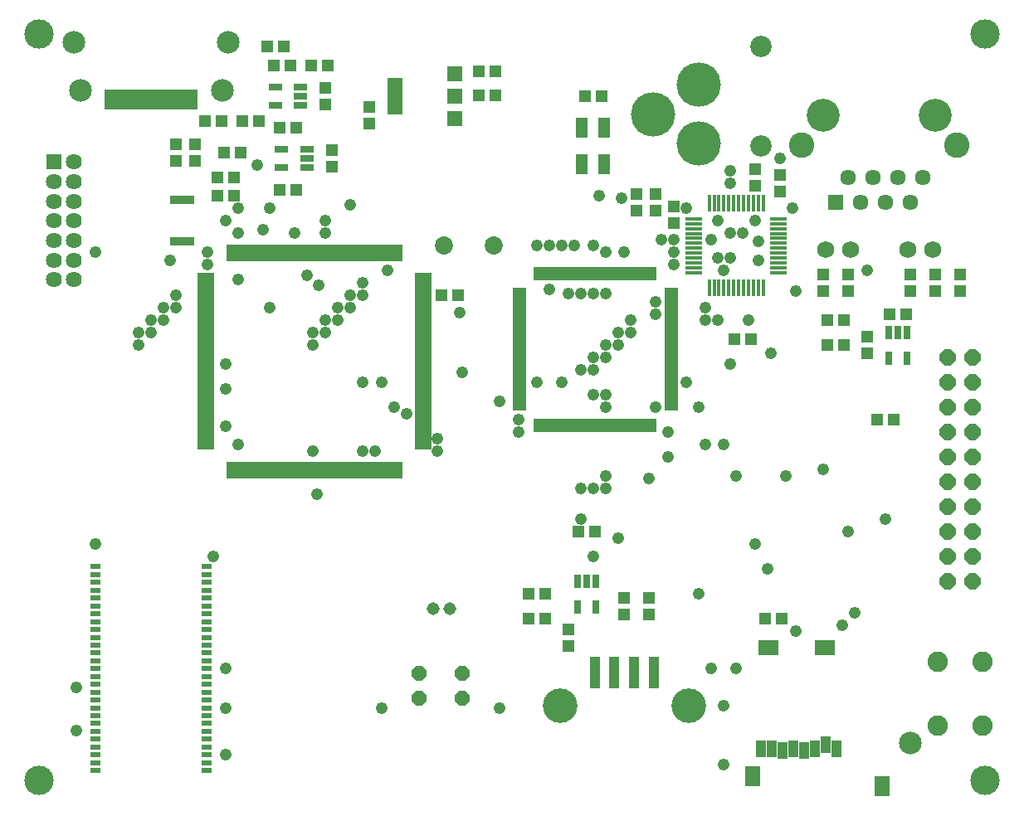
<source format=gts>
G75*
G70*
%OFA0B0*%
%FSLAX24Y24*%
%IPPOS*%
%LPD*%
%AMOC8*
5,1,8,0,0,1.08239X$1,22.5*
%
%ADD10C,0.1182*%
%ADD11R,0.0634X0.0634*%
%ADD12C,0.0634*%
%ADD13C,0.0682*%
%ADD14C,0.1025*%
%ADD15C,0.1320*%
%ADD16R,0.0789X0.0631*%
%ADD17R,0.0631X0.0828*%
%ADD18R,0.0395X0.0671*%
%ADD19C,0.1780*%
%ADD20C,0.0820*%
%ADD21R,0.0178X0.0671*%
%ADD22R,0.0671X0.0178*%
%ADD23OC8,0.0640*%
%ADD24R,0.0198X0.0710*%
%ADD25R,0.0710X0.0198*%
%ADD26R,0.0297X0.0552*%
%ADD27R,0.0474X0.0513*%
%ADD28R,0.0513X0.0474*%
%ADD29C,0.0860*%
%ADD30R,0.0552X0.0297*%
%ADD31R,0.0592X0.0592*%
%ADD32R,0.0592X0.1497*%
%ADD33R,0.0552X0.0198*%
%ADD34R,0.0198X0.0552*%
%ADD35R,0.0198X0.0828*%
%ADD36C,0.0907*%
%ADD37R,0.0434X0.0237*%
%ADD38C,0.0730*%
%ADD39R,0.0513X0.0828*%
%ADD40R,0.0640X0.0640*%
%ADD41C,0.0640*%
%ADD42C,0.1390*%
%ADD43R,0.0434X0.1261*%
%ADD44R,0.0198X0.0356*%
%ADD45OC8,0.0600*%
%ADD46C,0.0516*%
%ADD47C,0.0476*%
D10*
X001100Y002790D03*
X001100Y032790D03*
X039100Y032790D03*
X039100Y002790D03*
D11*
X033100Y026040D03*
D12*
X034100Y026040D03*
X035100Y026040D03*
X036100Y026040D03*
X035600Y027040D03*
X036600Y027040D03*
X034600Y027040D03*
X033600Y027040D03*
D13*
X033698Y024138D03*
X032698Y024138D03*
X036002Y024138D03*
X037002Y024138D03*
D14*
X037960Y028339D03*
X031740Y028339D03*
D15*
X032600Y029540D03*
X037100Y029540D03*
D16*
X032651Y008132D03*
X030407Y008132D03*
D17*
X029777Y002955D03*
X034954Y002561D03*
D18*
X033120Y004077D03*
X032687Y004234D03*
X032254Y004077D03*
X031820Y003998D03*
X031387Y004077D03*
X030954Y003998D03*
X030521Y004077D03*
X030088Y004077D03*
D19*
X027600Y028396D03*
X025750Y029577D03*
X027600Y030758D03*
D20*
X037210Y007570D03*
X038990Y007570D03*
X038990Y005010D03*
X037210Y005010D03*
D21*
X030183Y022597D03*
X029986Y022597D03*
X029789Y022597D03*
X029592Y022597D03*
X029395Y022597D03*
X029198Y022597D03*
X029002Y022597D03*
X028805Y022597D03*
X028608Y022597D03*
X028411Y022597D03*
X028214Y022597D03*
X028017Y022597D03*
X028017Y025983D03*
X028214Y025983D03*
X028411Y025983D03*
X028608Y025983D03*
X028805Y025983D03*
X029002Y025983D03*
X029198Y025983D03*
X029395Y025983D03*
X029592Y025983D03*
X029789Y025983D03*
X029986Y025983D03*
X030183Y025983D03*
D22*
X030793Y025372D03*
X030793Y025175D03*
X030793Y024979D03*
X030793Y024782D03*
X030793Y024585D03*
X030793Y024388D03*
X030793Y024191D03*
X030793Y023994D03*
X030793Y023797D03*
X030793Y023601D03*
X030793Y023404D03*
X030793Y023207D03*
X027407Y023207D03*
X027407Y023404D03*
X027407Y023601D03*
X027407Y023797D03*
X027407Y023994D03*
X027407Y024191D03*
X027407Y024388D03*
X027407Y024585D03*
X027407Y024782D03*
X027407Y024979D03*
X027407Y025175D03*
X027407Y025372D03*
D23*
X037600Y019790D03*
X038600Y019790D03*
X038600Y018790D03*
X037600Y018790D03*
X037600Y017790D03*
X038600Y017790D03*
X038600Y016790D03*
X037600Y016790D03*
X037600Y015790D03*
X038600Y015790D03*
X038600Y014790D03*
X037600Y014790D03*
X037600Y013790D03*
X038600Y013790D03*
X038600Y012790D03*
X037600Y012790D03*
X037600Y011790D03*
X038600Y011790D03*
X038600Y010790D03*
X037600Y010790D03*
D24*
X015606Y015273D03*
X015409Y015273D03*
X015212Y015273D03*
X015015Y015273D03*
X014818Y015273D03*
X014621Y015273D03*
X014424Y015273D03*
X014228Y015273D03*
X014031Y015273D03*
X013834Y015273D03*
X013637Y015273D03*
X013440Y015273D03*
X013243Y015273D03*
X013046Y015273D03*
X012850Y015273D03*
X012653Y015273D03*
X012456Y015273D03*
X012259Y015273D03*
X012062Y015273D03*
X011865Y015273D03*
X011669Y015273D03*
X011472Y015273D03*
X011275Y015273D03*
X011078Y015273D03*
X010881Y015273D03*
X010684Y015273D03*
X010487Y015273D03*
X010291Y015273D03*
X010094Y015273D03*
X009897Y015273D03*
X009700Y015273D03*
X009503Y015273D03*
X009306Y015273D03*
X009109Y015273D03*
X008913Y015273D03*
X008716Y015273D03*
X008716Y024013D03*
X008913Y024013D03*
X009109Y024013D03*
X009306Y024013D03*
X009503Y024013D03*
X009700Y024013D03*
X009897Y024013D03*
X010094Y024013D03*
X010291Y024013D03*
X010487Y024013D03*
X010684Y024013D03*
X010881Y024013D03*
X011078Y024013D03*
X011275Y024013D03*
X011472Y024013D03*
X011669Y024013D03*
X011865Y024013D03*
X012062Y024013D03*
X012259Y024013D03*
X012456Y024013D03*
X012653Y024013D03*
X012850Y024013D03*
X013046Y024013D03*
X013243Y024013D03*
X013440Y024013D03*
X013637Y024013D03*
X013834Y024013D03*
X014031Y024013D03*
X014228Y024013D03*
X014424Y024013D03*
X014621Y024013D03*
X014818Y024013D03*
X015015Y024013D03*
X015212Y024013D03*
X015409Y024013D03*
X015606Y024013D03*
D25*
X016531Y023088D03*
X016531Y022891D03*
X016531Y022694D03*
X016531Y022497D03*
X016531Y022301D03*
X016531Y022104D03*
X016531Y021907D03*
X016531Y021710D03*
X016531Y021513D03*
X016531Y021316D03*
X016531Y021120D03*
X016531Y020923D03*
X016531Y020726D03*
X016531Y020529D03*
X016531Y020332D03*
X016531Y020135D03*
X016531Y019938D03*
X016531Y019742D03*
X016531Y019545D03*
X016531Y019348D03*
X016531Y019151D03*
X016531Y018954D03*
X016531Y018757D03*
X016531Y018560D03*
X016531Y018364D03*
X016531Y018167D03*
X016531Y017970D03*
X016531Y017773D03*
X016531Y017576D03*
X016531Y017379D03*
X016531Y017183D03*
X016531Y016986D03*
X016531Y016789D03*
X016531Y016592D03*
X016531Y016395D03*
X016531Y016198D03*
X007791Y016198D03*
X007791Y016395D03*
X007791Y016592D03*
X007791Y016789D03*
X007791Y016986D03*
X007791Y017183D03*
X007791Y017379D03*
X007791Y017576D03*
X007791Y017773D03*
X007791Y017970D03*
X007791Y018167D03*
X007791Y018364D03*
X007791Y018560D03*
X007791Y018757D03*
X007791Y018954D03*
X007791Y019151D03*
X007791Y019348D03*
X007791Y019545D03*
X007791Y019742D03*
X007791Y019938D03*
X007791Y020135D03*
X007791Y020332D03*
X007791Y020529D03*
X007791Y020726D03*
X007791Y020923D03*
X007791Y021120D03*
X007791Y021316D03*
X007791Y021513D03*
X007791Y021710D03*
X007791Y021907D03*
X007791Y022104D03*
X007791Y022301D03*
X007791Y022497D03*
X007791Y022694D03*
X007791Y022891D03*
X007791Y023088D03*
D26*
X022726Y010801D03*
X023100Y010801D03*
X023474Y010801D03*
X023474Y009778D03*
X022726Y009778D03*
X035226Y019778D03*
X035974Y019778D03*
X035974Y020801D03*
X035600Y020801D03*
X035226Y020801D03*
D27*
X034350Y020624D03*
X034350Y019955D03*
X033600Y022455D03*
X033600Y023124D03*
X032600Y023124D03*
X032600Y022455D03*
X036100Y022455D03*
X036100Y023124D03*
X037100Y023124D03*
X037100Y022455D03*
X038100Y022455D03*
X038100Y023124D03*
X030850Y026455D03*
X030850Y027124D03*
X029850Y027374D03*
X029850Y026705D03*
X026600Y025874D03*
X025850Y025705D03*
X026600Y025205D03*
X025850Y026374D03*
X025100Y026374D03*
X025100Y025705D03*
X014350Y029205D03*
X014350Y029874D03*
X012600Y029955D03*
X012600Y030624D03*
X012850Y028124D03*
X012850Y027455D03*
X007350Y027705D03*
X007350Y028374D03*
X006600Y028374D03*
X006600Y027705D03*
X024600Y010124D03*
X024600Y009455D03*
X025600Y009455D03*
X025600Y010124D03*
X022350Y008874D03*
X022350Y008205D03*
D28*
X021435Y009290D03*
X020765Y009290D03*
X020765Y010290D03*
X021435Y010290D03*
X022765Y012790D03*
X023435Y012790D03*
X030265Y009290D03*
X030935Y009290D03*
X034765Y017290D03*
X035435Y017290D03*
X033435Y020290D03*
X032765Y020290D03*
X032765Y021290D03*
X033435Y021290D03*
X035265Y021540D03*
X035935Y021540D03*
X029685Y020540D03*
X029015Y020540D03*
X017935Y022290D03*
X017265Y022290D03*
X011435Y026540D03*
X010765Y026540D03*
X008935Y026290D03*
X008265Y026290D03*
X008265Y027040D03*
X008935Y027040D03*
X009185Y028040D03*
X008515Y028040D03*
X008435Y029290D03*
X007765Y029290D03*
X009265Y029290D03*
X009935Y029290D03*
X010765Y029040D03*
X011435Y029040D03*
X011185Y031540D03*
X010515Y031540D03*
X010265Y032290D03*
X010935Y032290D03*
X012015Y031540D03*
X012685Y031540D03*
X018765Y031290D03*
X019435Y031290D03*
X019435Y030340D03*
X018765Y030340D03*
X023015Y030290D03*
X023685Y030290D03*
D29*
X030100Y032290D03*
X030100Y028290D03*
D30*
X011862Y028164D03*
X011862Y027790D03*
X011862Y027416D03*
X010838Y027416D03*
X010838Y028164D03*
X010588Y029916D03*
X010588Y030664D03*
X011612Y030664D03*
X011612Y030290D03*
X011612Y029916D03*
D31*
X017801Y030290D03*
X017801Y031195D03*
X017801Y029384D03*
D32*
X015399Y030290D03*
D33*
X020380Y022483D03*
X020380Y022286D03*
X020380Y022090D03*
X020380Y021893D03*
X020380Y021696D03*
X020380Y021499D03*
X020380Y021302D03*
X020380Y021105D03*
X020380Y020908D03*
X020380Y020712D03*
X020380Y020515D03*
X020380Y020318D03*
X020380Y020121D03*
X020380Y019924D03*
X020380Y019727D03*
X020380Y019531D03*
X020380Y019334D03*
X020380Y019137D03*
X020380Y018940D03*
X020380Y018743D03*
X020380Y018546D03*
X020380Y018349D03*
X020380Y018153D03*
X020380Y017956D03*
X020380Y017759D03*
X026483Y017759D03*
X026483Y017956D03*
X026483Y018153D03*
X026483Y018349D03*
X026483Y018546D03*
X026483Y018743D03*
X026483Y018940D03*
X026483Y019137D03*
X026483Y019334D03*
X026483Y019531D03*
X026483Y019727D03*
X026483Y019924D03*
X026483Y020121D03*
X026483Y020318D03*
X026483Y020515D03*
X026483Y020712D03*
X026483Y020908D03*
X026483Y021105D03*
X026483Y021302D03*
X026483Y021499D03*
X026483Y021696D03*
X026483Y021893D03*
X026483Y022090D03*
X026483Y022286D03*
X026483Y022483D03*
D34*
X025794Y023172D03*
X025597Y023172D03*
X025400Y023172D03*
X025203Y023172D03*
X025006Y023172D03*
X024809Y023172D03*
X024613Y023172D03*
X024416Y023172D03*
X024219Y023172D03*
X024022Y023172D03*
X023825Y023172D03*
X023628Y023172D03*
X023431Y023172D03*
X023235Y023172D03*
X023038Y023172D03*
X022841Y023172D03*
X022644Y023172D03*
X022447Y023172D03*
X022250Y023172D03*
X022054Y023172D03*
X021857Y023172D03*
X021660Y023172D03*
X021463Y023172D03*
X021266Y023172D03*
X021069Y023172D03*
X021069Y017070D03*
X021266Y017070D03*
X021463Y017070D03*
X021660Y017070D03*
X021857Y017070D03*
X022054Y017070D03*
X022250Y017070D03*
X022447Y017070D03*
X022644Y017070D03*
X022841Y017070D03*
X023038Y017070D03*
X023235Y017070D03*
X023431Y017070D03*
X023628Y017070D03*
X023825Y017070D03*
X024022Y017070D03*
X024219Y017070D03*
X024416Y017070D03*
X024613Y017070D03*
X024809Y017070D03*
X025006Y017070D03*
X025203Y017070D03*
X025400Y017070D03*
X025597Y017070D03*
X025794Y017070D03*
D35*
X007372Y030166D03*
X007175Y030166D03*
X006978Y030166D03*
X006781Y030166D03*
X006584Y030166D03*
X006387Y030166D03*
X006191Y030166D03*
X005994Y030166D03*
X005797Y030166D03*
X005600Y030166D03*
X005403Y030166D03*
X005206Y030166D03*
X005009Y030166D03*
X004813Y030166D03*
X004616Y030166D03*
X004419Y030166D03*
X004222Y030166D03*
X004025Y030166D03*
X003828Y030166D03*
D36*
X002746Y030540D03*
X002509Y032469D03*
X008454Y030540D03*
X008691Y032469D03*
X036100Y004290D03*
D37*
X007836Y004140D03*
X007836Y004455D03*
X007836Y004770D03*
X007836Y005085D03*
X007836Y005400D03*
X007836Y005715D03*
X007836Y006030D03*
X007836Y006345D03*
X007836Y006660D03*
X007836Y006975D03*
X007836Y007290D03*
X007836Y007605D03*
X007836Y007920D03*
X007836Y008234D03*
X007836Y008549D03*
X007836Y008864D03*
X007836Y009179D03*
X007836Y009494D03*
X007836Y009809D03*
X007836Y010124D03*
X007836Y010439D03*
X007836Y010754D03*
X007836Y011069D03*
X007836Y011384D03*
X003364Y011384D03*
X003364Y011069D03*
X003364Y010754D03*
X003364Y010439D03*
X003364Y010124D03*
X003364Y009809D03*
X003364Y009494D03*
X003364Y009179D03*
X003364Y008864D03*
X003364Y008549D03*
X003364Y008234D03*
X003364Y007920D03*
X003364Y007605D03*
X003364Y007290D03*
X003364Y006975D03*
X003364Y006660D03*
X003364Y006345D03*
X003364Y006030D03*
X003364Y005715D03*
X003364Y005400D03*
X003364Y005085D03*
X003364Y004770D03*
X003364Y004455D03*
X003364Y004140D03*
X003364Y003825D03*
X003364Y003510D03*
X003364Y003195D03*
X007836Y003195D03*
X007836Y003510D03*
X007836Y003825D03*
D38*
X017350Y024290D03*
X019350Y024290D03*
D39*
X022897Y027561D03*
X023803Y027561D03*
X023803Y029018D03*
X022897Y029018D03*
D40*
X001706Y027652D03*
D41*
X001706Y026864D03*
X001706Y026077D03*
X002494Y026077D03*
X002494Y026864D03*
X002494Y027652D03*
X002494Y025290D03*
X001706Y025290D03*
X001706Y024502D03*
X001706Y023715D03*
X002494Y023715D03*
X002494Y024502D03*
X002494Y022927D03*
X001706Y022927D03*
D42*
X022015Y005790D03*
X027185Y005790D03*
D43*
X025781Y007148D03*
X024994Y007148D03*
X024206Y007148D03*
X023419Y007148D03*
D44*
X007244Y024463D03*
X007047Y024463D03*
X006850Y024463D03*
X006653Y024463D03*
X006456Y024463D03*
X006456Y026116D03*
X006653Y026116D03*
X006850Y026116D03*
X007047Y026116D03*
X007244Y026116D03*
D45*
X016350Y007090D03*
X016350Y006090D03*
X018100Y006090D03*
X018100Y007090D03*
D46*
X017592Y009702D03*
X016920Y009702D03*
D47*
X014850Y005690D03*
X019600Y005690D03*
X023350Y011790D03*
X024350Y012540D03*
X022850Y013290D03*
X022850Y014540D03*
X023350Y014540D03*
X023850Y014540D03*
X023850Y015040D03*
X025600Y014940D03*
X026350Y015790D03*
X026350Y016790D03*
X025850Y017790D03*
X027100Y018790D03*
X027600Y017790D03*
X027850Y016290D03*
X028600Y016290D03*
X029100Y015040D03*
X031100Y015040D03*
X032600Y015290D03*
X035100Y013290D03*
X033600Y012790D03*
X030350Y011290D03*
X029850Y012290D03*
X027600Y010290D03*
X028100Y007290D03*
X029100Y007290D03*
X028600Y005790D03*
X028600Y003440D03*
X031500Y008790D03*
X033350Y009040D03*
X033850Y009540D03*
X023850Y017790D03*
X023850Y018290D03*
X023350Y018290D03*
X023350Y019290D03*
X023350Y019790D03*
X022850Y019290D03*
X022100Y018790D03*
X021100Y018790D03*
X019600Y018040D03*
X020350Y017290D03*
X020350Y016790D03*
X018100Y019190D03*
X015850Y017540D03*
X015350Y017790D03*
X014850Y018790D03*
X014100Y018790D03*
X012100Y020290D03*
X012100Y020790D03*
X012600Y020790D03*
X012600Y021290D03*
X013100Y021290D03*
X013100Y021790D03*
X013600Y021790D03*
X013600Y022290D03*
X014100Y022290D03*
X014100Y022790D03*
X015100Y023290D03*
X012600Y024790D03*
X012600Y025290D03*
X013600Y025940D03*
X011350Y024790D03*
X010100Y024940D03*
X010350Y025790D03*
X009100Y025790D03*
X008600Y025290D03*
X009100Y024790D03*
X007850Y024040D03*
X007850Y023540D03*
X009100Y022940D03*
X010350Y021790D03*
X011850Y023090D03*
X012320Y022690D03*
X008600Y019540D03*
X008600Y018540D03*
X008600Y017040D03*
X009100Y016290D03*
X012100Y016040D03*
X012250Y014290D03*
X014100Y016040D03*
X014600Y016040D03*
X017100Y016040D03*
X017100Y016540D03*
X018000Y021610D03*
X021100Y024290D03*
X021600Y024290D03*
X022100Y024290D03*
X022600Y024290D03*
X023350Y024290D03*
X023850Y024040D03*
X024600Y024040D03*
X026100Y024540D03*
X026600Y024540D03*
X026600Y024040D03*
X026600Y023540D03*
X025850Y022040D03*
X025850Y021540D03*
X024850Y021290D03*
X024850Y020790D03*
X024350Y020790D03*
X024350Y020290D03*
X023850Y020290D03*
X023850Y019790D03*
X023850Y022350D03*
X023350Y022350D03*
X022850Y022350D03*
X022350Y022350D03*
X021600Y022540D03*
X023600Y026290D03*
X024510Y026210D03*
X027100Y025790D03*
X028350Y025290D03*
X028850Y024790D03*
X029350Y024790D03*
X029850Y025290D03*
X030010Y024460D03*
X030010Y023710D03*
X028850Y023790D03*
X028350Y023790D03*
X028600Y023290D03*
X028100Y024540D03*
X028850Y026790D03*
X028850Y027290D03*
X030850Y027790D03*
X031350Y025790D03*
X034350Y023290D03*
X031510Y022460D03*
X029600Y021290D03*
X028350Y021290D03*
X027850Y021290D03*
X027850Y021790D03*
X028850Y019540D03*
X030510Y019960D03*
X009850Y027540D03*
X006350Y023690D03*
X006600Y022290D03*
X006600Y021790D03*
X006100Y021790D03*
X006100Y021290D03*
X005600Y021290D03*
X005600Y020790D03*
X005100Y020790D03*
X005100Y020290D03*
X003350Y024040D03*
X003350Y012290D03*
X008100Y011790D03*
X008600Y007290D03*
X008600Y005710D03*
X008600Y003820D03*
X002600Y004790D03*
X002600Y006540D03*
M02*

</source>
